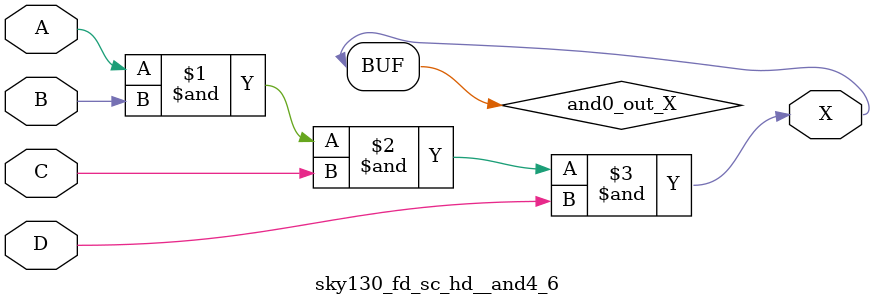
<source format=v>
module sky130_fd_sc_hd__and4_6 (
    X,
    A,
    B,
    C,
    D
);
    output X;
    input  A;
    input  B;
    input  C;
    input  D;
    wire and0_out_X;
    and and0 (and0_out_X, A, B, C, D     );
    buf buf0 (X         , and0_out_X     );
endmodule
</source>
